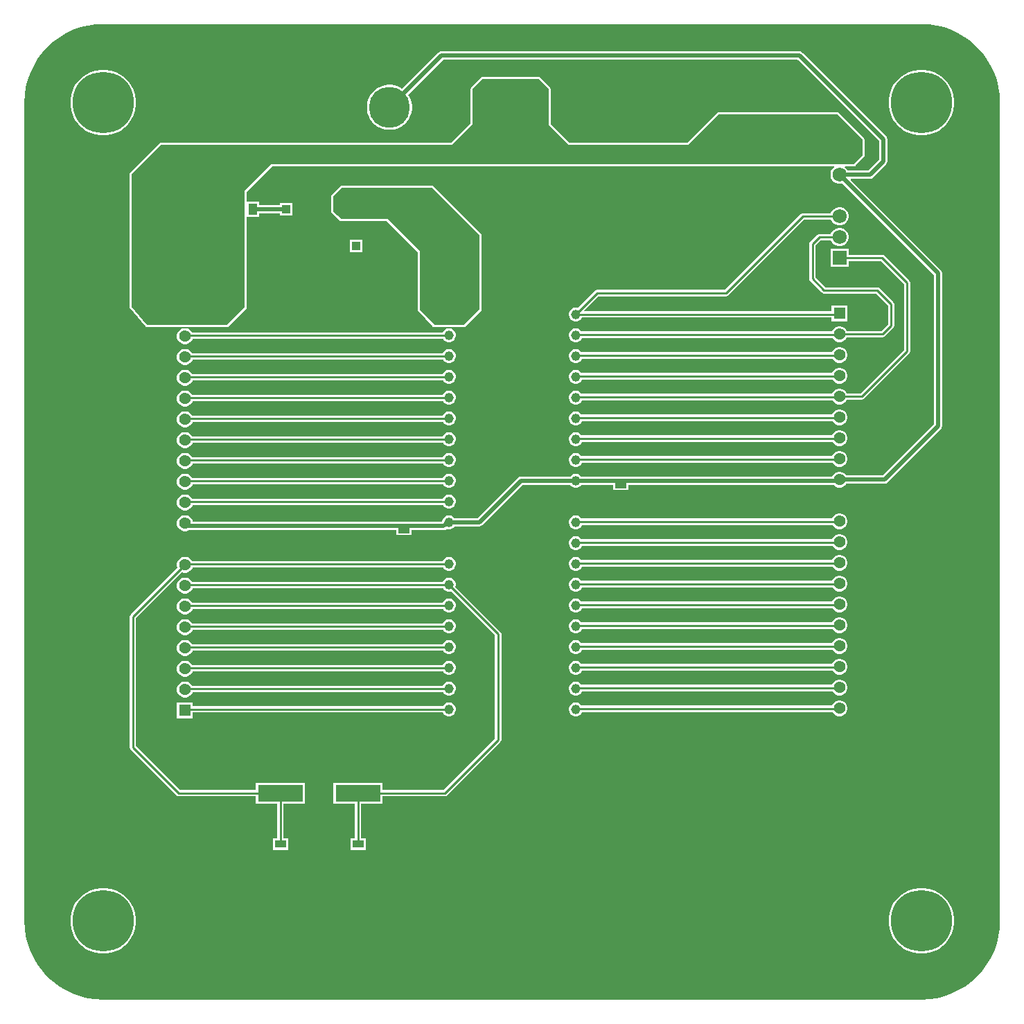
<source format=gtl>
G04*
G04 #@! TF.GenerationSoftware,Altium Limited,Altium Designer,24.1.2 (44)*
G04*
G04 Layer_Physical_Order=1*
G04 Layer_Color=255*
%FSLAX44Y44*%
%MOMM*%
G71*
G04*
G04 #@! TF.SameCoordinates,A8F9B381-EDA8-4368-A6AD-9EAFAD04DD4A*
G04*
G04*
G04 #@! TF.FilePolarity,Positive*
G04*
G01*
G75*
%ADD11C,0.5000*%
%ADD14C,0.2540*%
%ADD15C,5.0000*%
%ADD16R,1.3500X1.1500*%
%ADD17R,5.5000X2.0000*%
%ADD18R,1.3500X0.9500*%
%ADD19R,1.0000X1.3500*%
%ADD20R,1.0000X1.0000*%
%ADD33R,1.7250X1.7250*%
%ADD34C,1.7250*%
%ADD35R,1.4250X1.4250*%
%ADD36C,1.4250*%
%ADD37R,1.1600X1.1600*%
%ADD38C,1.1600*%
%ADD39C,7.5000*%
G36*
X1009427Y1095716D02*
X1018764Y1094331D01*
X1027919Y1092037D01*
X1036806Y1088858D01*
X1045338Y1084822D01*
X1053434Y1079970D01*
X1061015Y1074347D01*
X1068009Y1068009D01*
X1074347Y1061015D01*
X1079970Y1053434D01*
X1084822Y1045338D01*
X1088858Y1036806D01*
X1092037Y1027919D01*
X1094331Y1018764D01*
X1095716Y1009427D01*
X1096166Y1000256D01*
X1096115Y1000000D01*
Y0D01*
X1096166Y-256D01*
X1095716Y-9427D01*
X1094331Y-18764D01*
X1092037Y-27919D01*
X1088858Y-36806D01*
X1084822Y-45338D01*
X1079970Y-53434D01*
X1074347Y-61015D01*
X1068009Y-68009D01*
X1061015Y-74347D01*
X1053434Y-79970D01*
X1045338Y-84822D01*
X1036806Y-88858D01*
X1027919Y-92037D01*
X1018764Y-94331D01*
X1009427Y-95716D01*
X1000256Y-96166D01*
X1000000Y-96115D01*
X0D01*
X-256Y-96166D01*
X-9427Y-95716D01*
X-18764Y-94331D01*
X-27919Y-92037D01*
X-36806Y-88858D01*
X-45338Y-84822D01*
X-53434Y-79970D01*
X-61015Y-74347D01*
X-68009Y-68009D01*
X-74347Y-61015D01*
X-79970Y-53434D01*
X-84822Y-45338D01*
X-88858Y-36806D01*
X-92037Y-27919D01*
X-94331Y-18764D01*
X-95716Y-9427D01*
X-96166Y-256D01*
X-96115Y0D01*
Y1000000D01*
X-96166Y1000256D01*
X-95716Y1009427D01*
X-94331Y1018764D01*
X-92037Y1027919D01*
X-88858Y1036806D01*
X-84822Y1045338D01*
X-79970Y1053434D01*
X-74347Y1061015D01*
X-68009Y1068009D01*
X-61015Y1074347D01*
X-53434Y1079970D01*
X-45338Y1084822D01*
X-36806Y1088858D01*
X-27919Y1092037D01*
X-18764Y1094331D01*
X-9427Y1095716D01*
X-256Y1096166D01*
X0Y1096115D01*
X1000000D01*
X1000256Y1096166D01*
X1009427Y1095716D01*
D02*
G37*
%LPC*%
G36*
X3151Y1040040D02*
X-3151D01*
X-9376Y1039054D01*
X-15370Y1037106D01*
X-20986Y1034245D01*
X-26084Y1030541D01*
X-30541Y1026084D01*
X-34245Y1020985D01*
X-37106Y1015370D01*
X-39054Y1009376D01*
X-40040Y1003151D01*
Y996849D01*
X-39054Y990624D01*
X-37106Y984630D01*
X-34245Y979015D01*
X-30541Y973916D01*
X-26084Y969459D01*
X-20986Y965755D01*
X-15370Y962894D01*
X-9376Y960946D01*
X-3151Y959960D01*
X3151D01*
X9376Y960946D01*
X15370Y962894D01*
X20986Y965755D01*
X26084Y969459D01*
X30541Y973916D01*
X34245Y979015D01*
X37106Y984630D01*
X39054Y990624D01*
X40040Y996849D01*
Y1003151D01*
X39054Y1009376D01*
X37106Y1015370D01*
X34245Y1020985D01*
X30541Y1026084D01*
X26084Y1030541D01*
X20986Y1034245D01*
X15370Y1037106D01*
X9376Y1039054D01*
X3151Y1040040D01*
D02*
G37*
G36*
X1003151Y1040040D02*
X996849D01*
X990624Y1039054D01*
X984630Y1037106D01*
X979015Y1034245D01*
X973916Y1030541D01*
X969459Y1026084D01*
X965755Y1020985D01*
X962894Y1015370D01*
X960946Y1009376D01*
X959960Y1003151D01*
Y996849D01*
X960946Y990624D01*
X962894Y984630D01*
X965755Y979015D01*
X969459Y973916D01*
X973916Y969459D01*
X979015Y965755D01*
X984630Y962894D01*
X990624Y960946D01*
X996849Y959960D01*
X1003151D01*
X1009376Y960946D01*
X1015370Y962894D01*
X1020985Y965755D01*
X1026084Y969459D01*
X1030541Y973916D01*
X1034245Y979015D01*
X1037106Y984630D01*
X1039054Y990624D01*
X1040040Y996849D01*
Y1003151D01*
X1039054Y1009376D01*
X1037106Y1015370D01*
X1034245Y1020985D01*
X1030541Y1026084D01*
X1026084Y1030541D01*
X1020985Y1034245D01*
X1015370Y1037106D01*
X1009376Y1039054D01*
X1003151Y1040040D01*
D02*
G37*
G36*
X851000Y1062889D02*
X413500D01*
X411534Y1062498D01*
X409866Y1061384D01*
X365507Y1017025D01*
X364434Y1017804D01*
X360572Y1019772D01*
X356449Y1021112D01*
X352168Y1021790D01*
X347833D01*
X343551Y1021112D01*
X339428Y1019772D01*
X335566Y1017804D01*
X332059Y1015256D01*
X328994Y1012191D01*
X326446Y1008684D01*
X324478Y1004822D01*
X323138Y1000699D01*
X322460Y996417D01*
Y992083D01*
X323138Y987801D01*
X324478Y983678D01*
X326446Y979816D01*
X328994Y976309D01*
X332059Y973244D01*
X335566Y970696D01*
X339428Y968728D01*
X343551Y967388D01*
X347833Y966710D01*
X352168D01*
X356449Y967388D01*
X360572Y968728D01*
X364434Y970696D01*
X367941Y973244D01*
X371006Y976309D01*
X373554Y979816D01*
X375522Y983678D01*
X376862Y987801D01*
X377540Y992083D01*
Y996417D01*
X376862Y1000699D01*
X375522Y1004822D01*
X373554Y1008684D01*
X372775Y1009757D01*
X415629Y1052611D01*
X848872D01*
X948111Y953372D01*
Y930128D01*
X934982Y916999D01*
X909925D01*
X908934Y918716D01*
X906855Y920794D01*
X906256Y921140D01*
X906597Y922410D01*
X917750D01*
X918741Y922607D01*
X919581Y923169D01*
X930081Y933669D01*
X930643Y934509D01*
X930840Y935500D01*
Y954500D01*
X930643Y955491D01*
X930081Y956331D01*
X899081Y987331D01*
X898241Y987893D01*
X897250Y988090D01*
X751750D01*
X750759Y987893D01*
X749919Y987331D01*
X713677Y951090D01*
X569823D01*
X546840Y974073D01*
Y1017000D01*
X546643Y1017991D01*
X546081Y1018831D01*
X534331Y1030581D01*
X533491Y1031143D01*
X532500Y1031340D01*
X463500D01*
X462509Y1031143D01*
X461669Y1030581D01*
X449919Y1018831D01*
X449357Y1017991D01*
X449160Y1017000D01*
Y975073D01*
X425177Y951090D01*
X70500D01*
X69509Y950893D01*
X68669Y950331D01*
X33169Y914831D01*
X32607Y913991D01*
X32410Y913000D01*
Y750250D01*
X32487Y749865D01*
X32529Y749475D01*
X32585Y749373D01*
X32607Y749259D01*
X32825Y748933D01*
X33014Y748588D01*
X51417Y726588D01*
X51508Y726515D01*
X51573Y726419D01*
X51899Y726201D01*
X52204Y725955D01*
X52316Y725922D01*
X52413Y725857D01*
X52798Y725781D01*
X53174Y725670D01*
X53290Y725683D01*
X53404Y725660D01*
X151250D01*
X152241Y725857D01*
X153081Y726419D01*
X175081Y748419D01*
X175643Y749259D01*
X175840Y750250D01*
Y860460D01*
X190540D01*
Y864611D01*
X216460D01*
Y862210D01*
X231540D01*
Y877290D01*
X216460D01*
Y874889D01*
X190540D01*
Y879040D01*
X175840D01*
Y891177D01*
X207073Y922410D01*
X893403D01*
X893744Y921140D01*
X893145Y920794D01*
X891066Y918716D01*
X889596Y916170D01*
X888835Y913330D01*
Y910390D01*
X889596Y907551D01*
X891066Y905005D01*
X893145Y902926D01*
X895691Y901456D01*
X898530Y900695D01*
X901470D01*
X903385Y901208D01*
X1015111Y789482D01*
Y606628D01*
X952971Y544489D01*
X908193D01*
X907734Y545285D01*
X905935Y547084D01*
X903731Y548356D01*
X901272Y549015D01*
X898728D01*
X896270Y548356D01*
X894065Y547084D01*
X892266Y545285D01*
X890994Y543080D01*
X890875Y542639D01*
X641790D01*
Y543040D01*
X629746D01*
X629250Y543139D01*
X625824D01*
X625321Y543239D01*
X584136D01*
X582601Y544774D01*
X580699Y545872D01*
X578578Y546440D01*
X576382D01*
X574261Y545872D01*
X572359Y544774D01*
X570824Y543239D01*
X510850D01*
X508884Y542848D01*
X507216Y541734D01*
X457921Y492439D01*
X429176D01*
X427641Y493974D01*
X425739Y495072D01*
X423618Y495640D01*
X421422D01*
X419301Y495072D01*
X417399Y493974D01*
X415846Y492421D01*
X414748Y490519D01*
X414180Y488398D01*
Y488013D01*
X414055Y487889D01*
X376790D01*
Y488040D01*
X361003D01*
X360873Y488066D01*
X109466Y488066D01*
X109006Y489781D01*
X107734Y491984D01*
X105934Y493784D01*
X103731Y495056D01*
X101272Y495715D01*
X98728D01*
X96270Y495056D01*
X94066Y493784D01*
X92266Y491984D01*
X90994Y489781D01*
X90335Y487322D01*
Y484778D01*
X90994Y482319D01*
X92266Y480116D01*
X94066Y478316D01*
X96270Y477044D01*
X98728Y476385D01*
X101272D01*
X103731Y477044D01*
X105021Y477789D01*
X358210Y477789D01*
Y471460D01*
X376790D01*
Y477611D01*
X416184D01*
X418150Y478002D01*
X419818Y479116D01*
X420033Y479332D01*
X421422Y478960D01*
X423618D01*
X425739Y479528D01*
X427641Y480626D01*
X429176Y482161D01*
X460050D01*
X462016Y482552D01*
X463684Y483666D01*
X512979Y532961D01*
X570824D01*
X572359Y531426D01*
X574261Y530328D01*
X576382Y529760D01*
X578578D01*
X580699Y530328D01*
X582601Y531426D01*
X584136Y532961D01*
X623210D01*
Y526460D01*
X641790D01*
Y532361D01*
X893320D01*
X894065Y531616D01*
X896270Y530344D01*
X898728Y529685D01*
X901272D01*
X903731Y530344D01*
X905935Y531616D01*
X907734Y533415D01*
X908193Y534211D01*
X955100D01*
X957066Y534602D01*
X958734Y535716D01*
X1023884Y600866D01*
X1024998Y602533D01*
X1025389Y604500D01*
Y791610D01*
X1024998Y793577D01*
X1023884Y795244D01*
X913579Y905548D01*
X914065Y906721D01*
X937110D01*
X939077Y907112D01*
X940744Y908226D01*
X956884Y924366D01*
X957998Y926033D01*
X958389Y928000D01*
Y955500D01*
X957998Y957467D01*
X956884Y959134D01*
X854634Y1061384D01*
X852967Y1062498D01*
X851000Y1062889D01*
D02*
G37*
G36*
X901470Y872225D02*
X898530D01*
X895691Y871464D01*
X893145Y869994D01*
X891066Y867915D01*
X889596Y865369D01*
X889482Y864945D01*
X855310D01*
X853823Y864649D01*
X852563Y863807D01*
X759891Y771135D01*
X603430D01*
X601943Y770839D01*
X600683Y769997D01*
X579957Y749270D01*
X578578Y749640D01*
X576382D01*
X574261Y749072D01*
X572359Y747974D01*
X570806Y746421D01*
X569708Y744519D01*
X569140Y742398D01*
Y740202D01*
X569708Y738081D01*
X570806Y736179D01*
X572359Y734626D01*
X574261Y733528D01*
X576382Y732960D01*
X578578D01*
X580699Y733528D01*
X582601Y734626D01*
X584154Y736179D01*
X584867Y737415D01*
X890335D01*
Y732885D01*
X909665D01*
Y752215D01*
X890335D01*
Y745185D01*
X588518D01*
X588032Y746358D01*
X605039Y763365D01*
X761500D01*
X762987Y763661D01*
X764247Y764503D01*
X856919Y857175D01*
X889482D01*
X889596Y856750D01*
X891066Y854204D01*
X893145Y852126D01*
X895691Y850656D01*
X898530Y849895D01*
X901470D01*
X904309Y850656D01*
X906855Y852126D01*
X908934Y854204D01*
X910404Y856750D01*
X911165Y859590D01*
Y862530D01*
X910404Y865369D01*
X908934Y867915D01*
X906855Y869994D01*
X904309Y871464D01*
X901470Y872225D01*
D02*
G37*
G36*
Y846825D02*
X898530D01*
X895691Y846064D01*
X893145Y844594D01*
X891066Y842515D01*
X889596Y839969D01*
X889482Y839545D01*
X875410D01*
X873923Y839249D01*
X872663Y838407D01*
X864003Y829747D01*
X863161Y828487D01*
X862865Y827000D01*
Y784750D01*
X863161Y783263D01*
X864003Y782003D01*
X878253Y767753D01*
X879513Y766911D01*
X881000Y766615D01*
X944641D01*
X959115Y752141D01*
Y729109D01*
X951041Y721035D01*
X908917D01*
X907734Y723084D01*
X905935Y724884D01*
X903731Y726156D01*
X901272Y726815D01*
X898728D01*
X896270Y726156D01*
X894065Y724884D01*
X892266Y723084D01*
X890994Y720881D01*
X890867Y720410D01*
X584506D01*
X584154Y721021D01*
X582601Y722574D01*
X580699Y723672D01*
X578578Y724240D01*
X576382D01*
X574261Y723672D01*
X572359Y722574D01*
X570806Y721021D01*
X569708Y719119D01*
X569140Y716998D01*
Y714802D01*
X569708Y712681D01*
X570806Y710779D01*
X572359Y709226D01*
X574261Y708128D01*
X576382Y707560D01*
X578578D01*
X580699Y708128D01*
X582601Y709226D01*
X584154Y710779D01*
X585228Y712640D01*
X891443D01*
X892266Y711216D01*
X894065Y709416D01*
X896270Y708144D01*
X898728Y707485D01*
X901272D01*
X903731Y708144D01*
X905935Y709416D01*
X907734Y711216D01*
X908917Y713265D01*
X952650D01*
X954137Y713561D01*
X955397Y714403D01*
X965747Y724753D01*
X966589Y726013D01*
X966885Y727500D01*
Y753750D01*
X966589Y755237D01*
X965747Y756497D01*
X948997Y773247D01*
X947737Y774089D01*
X946250Y774385D01*
X882609D01*
X870635Y786359D01*
Y825391D01*
X877019Y831775D01*
X889482D01*
X889596Y831350D01*
X891066Y828804D01*
X893145Y826726D01*
X895691Y825256D01*
X898530Y824495D01*
X901470D01*
X904309Y825256D01*
X906855Y826726D01*
X908934Y828804D01*
X910404Y831350D01*
X911165Y834190D01*
Y837130D01*
X910404Y839969D01*
X908934Y842515D01*
X906855Y844594D01*
X904309Y846064D01*
X901470Y846825D01*
D02*
G37*
G36*
X316540Y832290D02*
X301460D01*
Y817210D01*
X316540D01*
Y832290D01*
D02*
G37*
G36*
X402000Y898590D02*
X291500D01*
X290509Y898393D01*
X289669Y897831D01*
X279669Y887831D01*
X279107Y886991D01*
X278910Y886000D01*
Y866500D01*
X278924Y866432D01*
X278914Y866364D01*
X279022Y865939D01*
X279107Y865509D01*
X279146Y865452D01*
X279163Y865385D01*
X279425Y865033D01*
X279669Y864669D01*
X279726Y864630D01*
X279767Y864575D01*
X289768Y855575D01*
X290145Y855351D01*
X290509Y855107D01*
X290577Y855094D01*
X290636Y855059D01*
X291070Y854996D01*
X291500Y854910D01*
X346677D01*
X384410Y817177D01*
Y747250D01*
X384499Y746805D01*
X384569Y746357D01*
X384597Y746311D01*
X384607Y746259D01*
X384860Y745882D01*
X385096Y745495D01*
X402616Y726495D01*
X402659Y726463D01*
X402688Y726419D01*
X403066Y726167D01*
X403432Y725900D01*
X403484Y725887D01*
X403528Y725857D01*
X403974Y725769D01*
X404415Y725662D01*
X404467Y725671D01*
X404520Y725660D01*
X440750D01*
X441741Y725857D01*
X442581Y726419D01*
X461581Y745419D01*
X462143Y746259D01*
X462340Y747250D01*
Y838250D01*
X462143Y839241D01*
X461581Y840081D01*
X403831Y897831D01*
X402991Y898393D01*
X402000Y898590D01*
D02*
G37*
G36*
X101272Y724315D02*
X98728D01*
X96270Y723656D01*
X94066Y722384D01*
X92266Y720584D01*
X90994Y718381D01*
X90335Y715922D01*
Y713378D01*
X90994Y710919D01*
X92266Y708716D01*
X94066Y706916D01*
X96270Y705644D01*
X98728Y704985D01*
X101272D01*
X103731Y705644D01*
X105934Y706916D01*
X107734Y708716D01*
X109006Y710919D01*
X109132Y711390D01*
X415494D01*
X415846Y710779D01*
X417399Y709226D01*
X419301Y708128D01*
X421422Y707560D01*
X423618D01*
X425739Y708128D01*
X427641Y709226D01*
X429194Y710779D01*
X430292Y712681D01*
X430860Y714802D01*
Y716998D01*
X430292Y719119D01*
X429194Y721021D01*
X427641Y722574D01*
X425739Y723672D01*
X423618Y724240D01*
X421422D01*
X419301Y723672D01*
X417399Y722574D01*
X415846Y721021D01*
X414772Y719160D01*
X108556D01*
X107734Y720584D01*
X105934Y722384D01*
X103731Y723656D01*
X101272Y724315D01*
D02*
G37*
G36*
X901272Y701415D02*
X898728D01*
X896270Y700756D01*
X894065Y699484D01*
X892266Y697684D01*
X890994Y695480D01*
X890867Y695010D01*
X584506D01*
X584154Y695621D01*
X582601Y697174D01*
X580699Y698272D01*
X578578Y698840D01*
X576382D01*
X574261Y698272D01*
X572359Y697174D01*
X570806Y695621D01*
X569708Y693719D01*
X569140Y691598D01*
Y689402D01*
X569708Y687281D01*
X570806Y685379D01*
X572359Y683826D01*
X574261Y682728D01*
X576382Y682160D01*
X578578D01*
X580699Y682728D01*
X582601Y683826D01*
X584154Y685379D01*
X585228Y687240D01*
X891443D01*
X892266Y685816D01*
X894065Y684016D01*
X896270Y682744D01*
X898728Y682085D01*
X901272D01*
X903731Y682744D01*
X905935Y684016D01*
X907734Y685816D01*
X909006Y688019D01*
X909665Y690478D01*
Y693022D01*
X909006Y695480D01*
X907734Y697684D01*
X905935Y699484D01*
X903731Y700756D01*
X901272Y701415D01*
D02*
G37*
G36*
X101272Y698915D02*
X98728D01*
X96270Y698256D01*
X94066Y696984D01*
X92266Y695184D01*
X90994Y692981D01*
X90335Y690522D01*
Y687978D01*
X90994Y685519D01*
X92266Y683316D01*
X94066Y681516D01*
X96270Y680244D01*
X98728Y679585D01*
X101272D01*
X103731Y680244D01*
X105934Y681516D01*
X107734Y683316D01*
X109006Y685519D01*
X109132Y685990D01*
X415494D01*
X415846Y685379D01*
X417399Y683826D01*
X419301Y682728D01*
X421422Y682160D01*
X423618D01*
X425739Y682728D01*
X427641Y683826D01*
X429194Y685379D01*
X430292Y687281D01*
X430860Y689402D01*
Y691598D01*
X430292Y693719D01*
X429194Y695621D01*
X427641Y697174D01*
X425739Y698272D01*
X423618Y698840D01*
X421422D01*
X419301Y698272D01*
X417399Y697174D01*
X415846Y695621D01*
X414772Y693760D01*
X108556D01*
X107734Y695184D01*
X105934Y696984D01*
X103731Y698256D01*
X101272Y698915D01*
D02*
G37*
G36*
X901272Y676015D02*
X898728D01*
X896270Y675356D01*
X894065Y674084D01*
X892266Y672284D01*
X890994Y670080D01*
X890867Y669610D01*
X584506D01*
X584154Y670221D01*
X582601Y671774D01*
X580699Y672872D01*
X578578Y673440D01*
X576382D01*
X574261Y672872D01*
X572359Y671774D01*
X570806Y670221D01*
X569708Y668319D01*
X569140Y666198D01*
Y664002D01*
X569708Y661881D01*
X570806Y659979D01*
X572359Y658426D01*
X574261Y657328D01*
X576382Y656760D01*
X578578D01*
X580699Y657328D01*
X582601Y658426D01*
X584154Y659979D01*
X585228Y661840D01*
X891443D01*
X892266Y660415D01*
X894065Y658616D01*
X896270Y657344D01*
X898728Y656685D01*
X901272D01*
X903731Y657344D01*
X905935Y658616D01*
X907734Y660415D01*
X909006Y662619D01*
X909665Y665078D01*
Y667622D01*
X909006Y670080D01*
X907734Y672284D01*
X905935Y674084D01*
X903731Y675356D01*
X901272Y676015D01*
D02*
G37*
G36*
X101272Y673515D02*
X98728D01*
X96270Y672856D01*
X94066Y671584D01*
X92266Y669784D01*
X90994Y667581D01*
X90335Y665122D01*
Y662578D01*
X90994Y660119D01*
X92266Y657915D01*
X94066Y656116D01*
X96270Y654844D01*
X98728Y654185D01*
X101272D01*
X103731Y654844D01*
X105934Y656116D01*
X107734Y657915D01*
X109006Y660119D01*
X109132Y660590D01*
X415494D01*
X415846Y659979D01*
X417399Y658426D01*
X419301Y657328D01*
X421422Y656760D01*
X423618D01*
X425739Y657328D01*
X427641Y658426D01*
X429194Y659979D01*
X430292Y661881D01*
X430860Y664002D01*
Y666198D01*
X430292Y668319D01*
X429194Y670221D01*
X427641Y671774D01*
X425739Y672872D01*
X423618Y673440D01*
X421422D01*
X419301Y672872D01*
X417399Y671774D01*
X415846Y670221D01*
X414772Y668360D01*
X108556D01*
X107734Y669784D01*
X105934Y671584D01*
X103731Y672856D01*
X101272Y673515D01*
D02*
G37*
G36*
X911165Y821425D02*
X888835D01*
Y799095D01*
X911165D01*
Y806375D01*
X950631D01*
X978615Y778391D01*
Y697609D01*
X925841Y644835D01*
X908917D01*
X907734Y646885D01*
X905935Y648684D01*
X903731Y649956D01*
X901272Y650615D01*
X898728D01*
X896270Y649956D01*
X894065Y648684D01*
X892266Y646885D01*
X890994Y644680D01*
X890867Y644210D01*
X584506D01*
X584154Y644821D01*
X582601Y646374D01*
X580699Y647472D01*
X578578Y648040D01*
X576382D01*
X574261Y647472D01*
X572359Y646374D01*
X570806Y644821D01*
X569708Y642919D01*
X569140Y640798D01*
Y638602D01*
X569708Y636481D01*
X570806Y634579D01*
X572359Y633026D01*
X574261Y631928D01*
X576382Y631360D01*
X578578D01*
X580699Y631928D01*
X582601Y633026D01*
X584154Y634579D01*
X585228Y636440D01*
X891443D01*
X892266Y635015D01*
X894065Y633216D01*
X896270Y631944D01*
X898728Y631285D01*
X901272D01*
X903731Y631944D01*
X905935Y633216D01*
X907734Y635015D01*
X908917Y637065D01*
X927450D01*
X928937Y637361D01*
X930197Y638203D01*
X985247Y693253D01*
X986089Y694513D01*
X986385Y696000D01*
Y780000D01*
X986089Y781487D01*
X985247Y782747D01*
X954987Y813007D01*
X953727Y813849D01*
X952240Y814145D01*
X911165D01*
Y821425D01*
D02*
G37*
G36*
X101272Y648115D02*
X98728D01*
X96270Y647456D01*
X94066Y646184D01*
X92266Y644385D01*
X90994Y642181D01*
X90335Y639722D01*
Y637178D01*
X90994Y634720D01*
X92266Y632515D01*
X94066Y630716D01*
X96270Y629444D01*
X98728Y628785D01*
X101272D01*
X103731Y629444D01*
X105934Y630716D01*
X107734Y632515D01*
X109006Y634720D01*
X109132Y635190D01*
X415494D01*
X415846Y634579D01*
X417399Y633026D01*
X419301Y631928D01*
X421422Y631360D01*
X423618D01*
X425739Y631928D01*
X427641Y633026D01*
X429194Y634579D01*
X430292Y636481D01*
X430860Y638602D01*
Y640798D01*
X430292Y642919D01*
X429194Y644821D01*
X427641Y646374D01*
X425739Y647472D01*
X423618Y648040D01*
X421422D01*
X419301Y647472D01*
X417399Y646374D01*
X415846Y644821D01*
X414772Y642960D01*
X108556D01*
X107734Y644385D01*
X105934Y646184D01*
X103731Y647456D01*
X101272Y648115D01*
D02*
G37*
G36*
X901272Y625215D02*
X898728D01*
X896270Y624556D01*
X894065Y623284D01*
X892266Y621484D01*
X890994Y619281D01*
X890867Y618810D01*
X584506D01*
X584154Y619421D01*
X582601Y620974D01*
X580699Y622072D01*
X578578Y622640D01*
X576382D01*
X574261Y622072D01*
X572359Y620974D01*
X570806Y619421D01*
X569708Y617519D01*
X569140Y615398D01*
Y613202D01*
X569708Y611081D01*
X570806Y609179D01*
X572359Y607626D01*
X574261Y606528D01*
X576382Y605960D01*
X578578D01*
X580699Y606528D01*
X582601Y607626D01*
X584154Y609179D01*
X585228Y611040D01*
X891443D01*
X892266Y609616D01*
X894065Y607816D01*
X896270Y606544D01*
X898728Y605885D01*
X901272D01*
X903731Y606544D01*
X905935Y607816D01*
X907734Y609616D01*
X909006Y611819D01*
X909665Y614278D01*
Y616822D01*
X909006Y619281D01*
X907734Y621484D01*
X905935Y623284D01*
X903731Y624556D01*
X901272Y625215D01*
D02*
G37*
G36*
X101272Y622715D02*
X98728D01*
X96270Y622056D01*
X94066Y620784D01*
X92266Y618984D01*
X90994Y616781D01*
X90335Y614322D01*
Y611778D01*
X90994Y609319D01*
X92266Y607116D01*
X94066Y605316D01*
X96270Y604044D01*
X98728Y603385D01*
X101272D01*
X103731Y604044D01*
X105934Y605316D01*
X107734Y607116D01*
X109006Y609319D01*
X109132Y609790D01*
X415494D01*
X415846Y609179D01*
X417399Y607626D01*
X419301Y606528D01*
X421422Y605960D01*
X423618D01*
X425739Y606528D01*
X427641Y607626D01*
X429194Y609179D01*
X430292Y611081D01*
X430860Y613202D01*
Y615398D01*
X430292Y617519D01*
X429194Y619421D01*
X427641Y620974D01*
X425739Y622072D01*
X423618Y622640D01*
X421422D01*
X419301Y622072D01*
X417399Y620974D01*
X415846Y619421D01*
X414772Y617560D01*
X108556D01*
X107734Y618984D01*
X105934Y620784D01*
X103731Y622056D01*
X101272Y622715D01*
D02*
G37*
G36*
X901272Y599815D02*
X898728D01*
X896270Y599156D01*
X894065Y597884D01*
X892266Y596085D01*
X890994Y593881D01*
X890867Y593410D01*
X584506D01*
X584154Y594021D01*
X582601Y595574D01*
X580699Y596672D01*
X578578Y597240D01*
X576382D01*
X574261Y596672D01*
X572359Y595574D01*
X570806Y594021D01*
X569708Y592119D01*
X569140Y589998D01*
Y587802D01*
X569708Y585681D01*
X570806Y583779D01*
X572359Y582226D01*
X574261Y581128D01*
X576382Y580560D01*
X578578D01*
X580699Y581128D01*
X582601Y582226D01*
X584154Y583779D01*
X585228Y585640D01*
X891443D01*
X892266Y584216D01*
X894065Y582416D01*
X896270Y581144D01*
X898728Y580485D01*
X901272D01*
X903731Y581144D01*
X905935Y582416D01*
X907734Y584216D01*
X909006Y586419D01*
X909665Y588878D01*
Y591422D01*
X909006Y593881D01*
X907734Y596085D01*
X905935Y597884D01*
X903731Y599156D01*
X901272Y599815D01*
D02*
G37*
G36*
X101272Y597315D02*
X98728D01*
X96270Y596656D01*
X94066Y595384D01*
X92266Y593585D01*
X90994Y591381D01*
X90335Y588922D01*
Y586378D01*
X90994Y583919D01*
X92266Y581716D01*
X94066Y579916D01*
X96270Y578644D01*
X98728Y577985D01*
X101272D01*
X103731Y578644D01*
X105934Y579916D01*
X107734Y581716D01*
X109006Y583919D01*
X109132Y584390D01*
X415494D01*
X415846Y583779D01*
X417399Y582226D01*
X419301Y581128D01*
X421422Y580560D01*
X423618D01*
X425739Y581128D01*
X427641Y582226D01*
X429194Y583779D01*
X430292Y585681D01*
X430860Y587802D01*
Y589998D01*
X430292Y592119D01*
X429194Y594021D01*
X427641Y595574D01*
X425739Y596672D01*
X423618Y597240D01*
X421422D01*
X419301Y596672D01*
X417399Y595574D01*
X415846Y594021D01*
X414772Y592160D01*
X108556D01*
X107734Y593585D01*
X105934Y595384D01*
X103731Y596656D01*
X101272Y597315D01*
D02*
G37*
G36*
X901272Y574415D02*
X898728D01*
X896270Y573756D01*
X894065Y572484D01*
X892266Y570685D01*
X890994Y568480D01*
X890867Y568010D01*
X584506D01*
X584154Y568621D01*
X582601Y570174D01*
X580699Y571272D01*
X578578Y571840D01*
X576382D01*
X574261Y571272D01*
X572359Y570174D01*
X570806Y568621D01*
X569708Y566719D01*
X569140Y564598D01*
Y562402D01*
X569708Y560281D01*
X570806Y558379D01*
X572359Y556826D01*
X574261Y555728D01*
X576382Y555160D01*
X578578D01*
X580699Y555728D01*
X582601Y556826D01*
X584154Y558379D01*
X585228Y560240D01*
X891443D01*
X892266Y558815D01*
X894065Y557016D01*
X896270Y555744D01*
X898728Y555085D01*
X901272D01*
X903731Y555744D01*
X905935Y557016D01*
X907734Y558815D01*
X909006Y561020D01*
X909665Y563478D01*
Y566022D01*
X909006Y568480D01*
X907734Y570685D01*
X905935Y572484D01*
X903731Y573756D01*
X901272Y574415D01*
D02*
G37*
G36*
X101272Y571915D02*
X98728D01*
X96270Y571256D01*
X94066Y569984D01*
X92266Y568185D01*
X90994Y565981D01*
X90335Y563522D01*
Y560978D01*
X90994Y558520D01*
X92266Y556315D01*
X94066Y554516D01*
X96270Y553244D01*
X98728Y552585D01*
X101272D01*
X103731Y553244D01*
X105934Y554516D01*
X107734Y556315D01*
X109006Y558520D01*
X109132Y558990D01*
X415494D01*
X415846Y558379D01*
X417399Y556826D01*
X419301Y555728D01*
X421422Y555160D01*
X423618D01*
X425739Y555728D01*
X427641Y556826D01*
X429194Y558379D01*
X430292Y560281D01*
X430860Y562402D01*
Y564598D01*
X430292Y566719D01*
X429194Y568621D01*
X427641Y570174D01*
X425739Y571272D01*
X423618Y571840D01*
X421422D01*
X419301Y571272D01*
X417399Y570174D01*
X415846Y568621D01*
X414772Y566760D01*
X108556D01*
X107734Y568185D01*
X105934Y569984D01*
X103731Y571256D01*
X101272Y571915D01*
D02*
G37*
G36*
Y546515D02*
X98728D01*
X96270Y545856D01*
X94066Y544584D01*
X92266Y542785D01*
X90994Y540581D01*
X90335Y538122D01*
Y535578D01*
X90994Y533120D01*
X92266Y530915D01*
X94066Y529116D01*
X96270Y527844D01*
X98728Y527185D01*
X101272D01*
X103731Y527844D01*
X105934Y529116D01*
X107734Y530915D01*
X109006Y533120D01*
X109132Y533590D01*
X415494D01*
X415846Y532979D01*
X417399Y531426D01*
X419301Y530328D01*
X421422Y529760D01*
X423618D01*
X425739Y530328D01*
X427641Y531426D01*
X429194Y532979D01*
X430292Y534881D01*
X430860Y537002D01*
Y539198D01*
X430292Y541319D01*
X429194Y543221D01*
X427641Y544774D01*
X425739Y545872D01*
X423618Y546440D01*
X421422D01*
X419301Y545872D01*
X417399Y544774D01*
X415846Y543221D01*
X414772Y541360D01*
X108556D01*
X107734Y542785D01*
X105934Y544584D01*
X103731Y545856D01*
X101272Y546515D01*
D02*
G37*
G36*
Y521115D02*
X98728D01*
X96270Y520456D01*
X94066Y519184D01*
X92266Y517384D01*
X90994Y515181D01*
X90335Y512722D01*
Y510178D01*
X90994Y507719D01*
X92266Y505516D01*
X94066Y503716D01*
X96270Y502444D01*
X98728Y501785D01*
X101272D01*
X103731Y502444D01*
X105934Y503716D01*
X107734Y505516D01*
X109006Y507719D01*
X109132Y508190D01*
X415494D01*
X415846Y507579D01*
X417399Y506026D01*
X419301Y504928D01*
X421422Y504360D01*
X423618D01*
X425739Y504928D01*
X427641Y506026D01*
X429194Y507579D01*
X430292Y509481D01*
X430860Y511602D01*
Y513798D01*
X430292Y515919D01*
X429194Y517821D01*
X427641Y519374D01*
X425739Y520472D01*
X423618Y521040D01*
X421422D01*
X419301Y520472D01*
X417399Y519374D01*
X415846Y517821D01*
X414772Y515960D01*
X108556D01*
X107734Y517384D01*
X105934Y519184D01*
X103731Y520456D01*
X101272Y521115D01*
D02*
G37*
G36*
X901272Y498215D02*
X898728D01*
X896270Y497556D01*
X894065Y496284D01*
X892266Y494484D01*
X890994Y492281D01*
X890867Y491810D01*
X584506D01*
X584154Y492421D01*
X582601Y493974D01*
X580699Y495072D01*
X578578Y495640D01*
X576382D01*
X574261Y495072D01*
X572359Y493974D01*
X570806Y492421D01*
X569708Y490519D01*
X569140Y488398D01*
Y486202D01*
X569708Y484081D01*
X570806Y482179D01*
X572359Y480626D01*
X574261Y479528D01*
X576382Y478960D01*
X578578D01*
X580699Y479528D01*
X582601Y480626D01*
X584154Y482179D01*
X585228Y484040D01*
X891443D01*
X892266Y482616D01*
X894065Y480816D01*
X896270Y479544D01*
X898728Y478885D01*
X901272D01*
X903731Y479544D01*
X905935Y480816D01*
X907734Y482616D01*
X909006Y484819D01*
X909665Y487278D01*
Y489822D01*
X909006Y492281D01*
X907734Y494484D01*
X905935Y496284D01*
X903731Y497556D01*
X901272Y498215D01*
D02*
G37*
G36*
Y472815D02*
X898728D01*
X896270Y472156D01*
X894065Y470884D01*
X892266Y469085D01*
X890994Y466880D01*
X890867Y466410D01*
X584506D01*
X584154Y467021D01*
X582601Y468574D01*
X580699Y469672D01*
X578578Y470240D01*
X576382D01*
X574261Y469672D01*
X572359Y468574D01*
X570806Y467021D01*
X569708Y465119D01*
X569140Y462998D01*
Y460802D01*
X569708Y458681D01*
X570806Y456779D01*
X572359Y455226D01*
X574261Y454128D01*
X576382Y453560D01*
X578578D01*
X580699Y454128D01*
X582601Y455226D01*
X584154Y456779D01*
X585228Y458640D01*
X891443D01*
X892266Y457215D01*
X894065Y455416D01*
X896270Y454144D01*
X898728Y453485D01*
X901272D01*
X903731Y454144D01*
X905935Y455416D01*
X907734Y457215D01*
X909006Y459420D01*
X909665Y461878D01*
Y464422D01*
X909006Y466880D01*
X907734Y469085D01*
X905935Y470884D01*
X903731Y472156D01*
X901272Y472815D01*
D02*
G37*
G36*
Y447415D02*
X898728D01*
X896270Y446756D01*
X894065Y445484D01*
X892266Y443685D01*
X890994Y441480D01*
X890867Y441010D01*
X584506D01*
X584154Y441621D01*
X582601Y443174D01*
X580699Y444272D01*
X578578Y444840D01*
X576382D01*
X574261Y444272D01*
X572359Y443174D01*
X570806Y441621D01*
X569708Y439719D01*
X569140Y437598D01*
Y435402D01*
X569708Y433281D01*
X570806Y431379D01*
X572359Y429826D01*
X574261Y428728D01*
X576382Y428160D01*
X578578D01*
X580699Y428728D01*
X582601Y429826D01*
X584154Y431379D01*
X585228Y433240D01*
X891443D01*
X892266Y431815D01*
X894065Y430016D01*
X896270Y428744D01*
X898728Y428085D01*
X901272D01*
X903731Y428744D01*
X905935Y430016D01*
X907734Y431815D01*
X909006Y434020D01*
X909665Y436478D01*
Y439022D01*
X909006Y441480D01*
X907734Y443685D01*
X905935Y445484D01*
X903731Y446756D01*
X901272Y447415D01*
D02*
G37*
G36*
X101272Y444915D02*
X98728D01*
X96270Y444256D01*
X94066Y442984D01*
X92266Y441185D01*
X90994Y438981D01*
X90335Y436522D01*
Y433978D01*
X90948Y431691D01*
X33753Y374497D01*
X32911Y373237D01*
X32615Y371750D01*
Y212000D01*
X32911Y210513D01*
X33753Y209253D01*
X89543Y153463D01*
X90803Y152621D01*
X92290Y152325D01*
X186620D01*
Y143670D01*
X212775D01*
Y101150D01*
X207370D01*
Y86570D01*
X225950D01*
Y101150D01*
X220545D01*
Y143670D01*
X246700D01*
Y168750D01*
X186620D01*
Y160095D01*
X93899D01*
X40385Y213609D01*
Y370141D01*
X96441Y426198D01*
X98728Y425585D01*
X101272D01*
X103731Y426244D01*
X105934Y427516D01*
X107734Y429315D01*
X109006Y431520D01*
X109132Y431990D01*
X415494D01*
X415846Y431379D01*
X417399Y429826D01*
X419301Y428728D01*
X421422Y428160D01*
X423618D01*
X425739Y428728D01*
X427641Y429826D01*
X429194Y431379D01*
X430292Y433281D01*
X430860Y435402D01*
Y437598D01*
X430292Y439719D01*
X429194Y441621D01*
X427641Y443174D01*
X425739Y444272D01*
X423618Y444840D01*
X421422D01*
X419301Y444272D01*
X417399Y443174D01*
X415846Y441621D01*
X414772Y439760D01*
X108556D01*
X107734Y441185D01*
X105934Y442984D01*
X103731Y444256D01*
X101272Y444915D01*
D02*
G37*
G36*
X901272Y422015D02*
X898728D01*
X896270Y421356D01*
X894065Y420084D01*
X892266Y418284D01*
X890994Y416081D01*
X890867Y415610D01*
X584506D01*
X584154Y416221D01*
X582601Y417774D01*
X580699Y418872D01*
X578578Y419440D01*
X576382D01*
X574261Y418872D01*
X572359Y417774D01*
X570806Y416221D01*
X569708Y414319D01*
X569140Y412198D01*
Y410002D01*
X569708Y407881D01*
X570806Y405979D01*
X572359Y404426D01*
X574261Y403328D01*
X576382Y402760D01*
X578578D01*
X580699Y403328D01*
X582601Y404426D01*
X584154Y405979D01*
X585228Y407840D01*
X891443D01*
X892266Y406415D01*
X894065Y404616D01*
X896270Y403344D01*
X898728Y402685D01*
X901272D01*
X903731Y403344D01*
X905935Y404616D01*
X907734Y406415D01*
X909006Y408619D01*
X909665Y411078D01*
Y413622D01*
X909006Y416081D01*
X907734Y418284D01*
X905935Y420084D01*
X903731Y421356D01*
X901272Y422015D01*
D02*
G37*
G36*
Y396615D02*
X898728D01*
X896270Y395956D01*
X894065Y394684D01*
X892266Y392884D01*
X890994Y390681D01*
X890867Y390210D01*
X584506D01*
X584154Y390821D01*
X582601Y392374D01*
X580699Y393472D01*
X578578Y394040D01*
X576382D01*
X574261Y393472D01*
X572359Y392374D01*
X570806Y390821D01*
X569708Y388919D01*
X569140Y386798D01*
Y384602D01*
X569708Y382481D01*
X570806Y380579D01*
X572359Y379026D01*
X574261Y377928D01*
X576382Y377360D01*
X578578D01*
X580699Y377928D01*
X582601Y379026D01*
X584154Y380579D01*
X585228Y382440D01*
X891443D01*
X892266Y381016D01*
X894065Y379216D01*
X896270Y377944D01*
X898728Y377285D01*
X901272D01*
X903731Y377944D01*
X905935Y379216D01*
X907734Y381016D01*
X909006Y383219D01*
X909665Y385678D01*
Y388222D01*
X909006Y390681D01*
X907734Y392884D01*
X905935Y394684D01*
X903731Y395956D01*
X901272Y396615D01*
D02*
G37*
G36*
X101272Y394115D02*
X98728D01*
X96270Y393456D01*
X94066Y392184D01*
X92266Y390384D01*
X90994Y388181D01*
X90335Y385722D01*
Y383178D01*
X90994Y380719D01*
X92266Y378516D01*
X94066Y376716D01*
X96270Y375444D01*
X98728Y374785D01*
X101272D01*
X103731Y375444D01*
X105934Y376716D01*
X107734Y378516D01*
X109006Y380719D01*
X109132Y381190D01*
X415494D01*
X415846Y380579D01*
X417399Y379026D01*
X419301Y377928D01*
X421422Y377360D01*
X423618D01*
X425739Y377928D01*
X427641Y379026D01*
X429194Y380579D01*
X430292Y382481D01*
X430860Y384602D01*
Y386798D01*
X430292Y388919D01*
X429194Y390821D01*
X427641Y392374D01*
X425739Y393472D01*
X423618Y394040D01*
X421422D01*
X419301Y393472D01*
X417399Y392374D01*
X415846Y390821D01*
X414772Y388960D01*
X108556D01*
X107734Y390384D01*
X105934Y392184D01*
X103731Y393456D01*
X101272Y394115D01*
D02*
G37*
G36*
X901272Y371215D02*
X898728D01*
X896270Y370556D01*
X894065Y369284D01*
X892266Y367485D01*
X890994Y365280D01*
X890867Y364810D01*
X584506D01*
X584154Y365421D01*
X582601Y366974D01*
X580699Y368072D01*
X578578Y368640D01*
X576382D01*
X574261Y368072D01*
X572359Y366974D01*
X570806Y365421D01*
X569708Y363519D01*
X569140Y361398D01*
Y359202D01*
X569708Y357081D01*
X570806Y355179D01*
X572359Y353626D01*
X574261Y352528D01*
X576382Y351960D01*
X578578D01*
X580699Y352528D01*
X582601Y353626D01*
X584154Y355179D01*
X585228Y357040D01*
X891443D01*
X892266Y355616D01*
X894065Y353816D01*
X896270Y352544D01*
X898728Y351885D01*
X901272D01*
X903731Y352544D01*
X905935Y353816D01*
X907734Y355616D01*
X909006Y357820D01*
X909665Y360278D01*
Y362822D01*
X909006Y365280D01*
X907734Y367485D01*
X905935Y369284D01*
X903731Y370556D01*
X901272Y371215D01*
D02*
G37*
G36*
X101272Y368715D02*
X98728D01*
X96270Y368056D01*
X94066Y366784D01*
X92266Y364985D01*
X90994Y362781D01*
X90335Y360322D01*
Y357778D01*
X90994Y355320D01*
X92266Y353116D01*
X94066Y351316D01*
X96270Y350044D01*
X98728Y349385D01*
X101272D01*
X103731Y350044D01*
X105934Y351316D01*
X107734Y353116D01*
X109006Y355320D01*
X109132Y355790D01*
X415494D01*
X415846Y355179D01*
X417399Y353626D01*
X419301Y352528D01*
X421422Y351960D01*
X423618D01*
X425739Y352528D01*
X427641Y353626D01*
X429194Y355179D01*
X430292Y357081D01*
X430860Y359202D01*
Y361398D01*
X430292Y363519D01*
X429194Y365421D01*
X427641Y366974D01*
X425739Y368072D01*
X423618Y368640D01*
X421422D01*
X419301Y368072D01*
X417399Y366974D01*
X415846Y365421D01*
X414772Y363560D01*
X108556D01*
X107734Y364985D01*
X105934Y366784D01*
X103731Y368056D01*
X101272Y368715D01*
D02*
G37*
G36*
X901272Y345815D02*
X898728D01*
X896270Y345156D01*
X894065Y343884D01*
X892266Y342085D01*
X890994Y339880D01*
X890867Y339410D01*
X584506D01*
X584154Y340021D01*
X582601Y341574D01*
X580699Y342672D01*
X578578Y343240D01*
X576382D01*
X574261Y342672D01*
X572359Y341574D01*
X570806Y340021D01*
X569708Y338119D01*
X569140Y335998D01*
Y333802D01*
X569708Y331681D01*
X570806Y329779D01*
X572359Y328226D01*
X574261Y327128D01*
X576382Y326560D01*
X578578D01*
X580699Y327128D01*
X582601Y328226D01*
X584154Y329779D01*
X585228Y331640D01*
X891443D01*
X892266Y330215D01*
X894065Y328416D01*
X896270Y327144D01*
X898728Y326485D01*
X901272D01*
X903731Y327144D01*
X905935Y328416D01*
X907734Y330215D01*
X909006Y332420D01*
X909665Y334878D01*
Y337422D01*
X909006Y339880D01*
X907734Y342085D01*
X905935Y343884D01*
X903731Y345156D01*
X901272Y345815D01*
D02*
G37*
G36*
X101272Y343315D02*
X98728D01*
X96270Y342656D01*
X94066Y341384D01*
X92266Y339585D01*
X90994Y337381D01*
X90335Y334922D01*
Y332378D01*
X90994Y329920D01*
X92266Y327715D01*
X94066Y325916D01*
X96270Y324644D01*
X98728Y323985D01*
X101272D01*
X103731Y324644D01*
X105934Y325916D01*
X107734Y327715D01*
X109006Y329920D01*
X109132Y330390D01*
X415494D01*
X415846Y329779D01*
X417399Y328226D01*
X419301Y327128D01*
X421422Y326560D01*
X423618D01*
X425739Y327128D01*
X427641Y328226D01*
X429194Y329779D01*
X430292Y331681D01*
X430860Y333802D01*
Y335998D01*
X430292Y338119D01*
X429194Y340021D01*
X427641Y341574D01*
X425739Y342672D01*
X423618Y343240D01*
X421422D01*
X419301Y342672D01*
X417399Y341574D01*
X415846Y340021D01*
X414772Y338160D01*
X108556D01*
X107734Y339585D01*
X105934Y341384D01*
X103731Y342656D01*
X101272Y343315D01*
D02*
G37*
G36*
X901272Y320415D02*
X898728D01*
X896270Y319756D01*
X894065Y318484D01*
X892266Y316684D01*
X890994Y314480D01*
X890867Y314010D01*
X584506D01*
X584154Y314621D01*
X582601Y316174D01*
X580699Y317272D01*
X578578Y317840D01*
X576382D01*
X574261Y317272D01*
X572359Y316174D01*
X570806Y314621D01*
X569708Y312719D01*
X569140Y310598D01*
Y308402D01*
X569708Y306281D01*
X570806Y304379D01*
X572359Y302826D01*
X574261Y301728D01*
X576382Y301160D01*
X578578D01*
X580699Y301728D01*
X582601Y302826D01*
X584154Y304379D01*
X585228Y306240D01*
X891443D01*
X892266Y304816D01*
X894065Y303016D01*
X896270Y301744D01*
X898728Y301085D01*
X901272D01*
X903731Y301744D01*
X905935Y303016D01*
X907734Y304816D01*
X909006Y307020D01*
X909665Y309478D01*
Y312022D01*
X909006Y314480D01*
X907734Y316684D01*
X905935Y318484D01*
X903731Y319756D01*
X901272Y320415D01*
D02*
G37*
G36*
X101272Y317915D02*
X98728D01*
X96270Y317256D01*
X94066Y315984D01*
X92266Y314184D01*
X90994Y311981D01*
X90335Y309522D01*
Y306978D01*
X90994Y304520D01*
X92266Y302316D01*
X94066Y300516D01*
X96270Y299244D01*
X98728Y298585D01*
X101272D01*
X103731Y299244D01*
X105934Y300516D01*
X107734Y302316D01*
X109006Y304520D01*
X109132Y304990D01*
X415494D01*
X415846Y304379D01*
X417399Y302826D01*
X419301Y301728D01*
X421422Y301160D01*
X423618D01*
X425739Y301728D01*
X427641Y302826D01*
X429194Y304379D01*
X430292Y306281D01*
X430860Y308402D01*
Y310598D01*
X430292Y312719D01*
X429194Y314621D01*
X427641Y316174D01*
X425739Y317272D01*
X423618Y317840D01*
X421422D01*
X419301Y317272D01*
X417399Y316174D01*
X415846Y314621D01*
X414772Y312760D01*
X108556D01*
X107734Y314184D01*
X105934Y315984D01*
X103731Y317256D01*
X101272Y317915D01*
D02*
G37*
G36*
X901272Y295015D02*
X898728D01*
X896270Y294356D01*
X894065Y293084D01*
X892266Y291285D01*
X890994Y289081D01*
X890867Y288610D01*
X584506D01*
X584154Y289221D01*
X582601Y290774D01*
X580699Y291872D01*
X578578Y292440D01*
X576382D01*
X574261Y291872D01*
X572359Y290774D01*
X570806Y289221D01*
X569708Y287319D01*
X569140Y285198D01*
Y283002D01*
X569708Y280881D01*
X570806Y278979D01*
X572359Y277426D01*
X574261Y276328D01*
X576382Y275760D01*
X578578D01*
X580699Y276328D01*
X582601Y277426D01*
X584154Y278979D01*
X585228Y280840D01*
X891443D01*
X892266Y279415D01*
X894065Y277616D01*
X896270Y276344D01*
X898728Y275685D01*
X901272D01*
X903731Y276344D01*
X905935Y277616D01*
X907734Y279415D01*
X909006Y281619D01*
X909665Y284078D01*
Y286622D01*
X909006Y289081D01*
X907734Y291285D01*
X905935Y293084D01*
X903731Y294356D01*
X901272Y295015D01*
D02*
G37*
G36*
X101272Y292515D02*
X98728D01*
X96270Y291856D01*
X94066Y290584D01*
X92266Y288785D01*
X90994Y286581D01*
X90335Y284122D01*
Y281578D01*
X90994Y279119D01*
X92266Y276915D01*
X94066Y275116D01*
X96270Y273844D01*
X98728Y273185D01*
X101272D01*
X103731Y273844D01*
X105934Y275116D01*
X107734Y276915D01*
X109006Y279119D01*
X109132Y279590D01*
X415494D01*
X415846Y278979D01*
X417399Y277426D01*
X419301Y276328D01*
X421422Y275760D01*
X423618D01*
X425739Y276328D01*
X427641Y277426D01*
X429194Y278979D01*
X430292Y280881D01*
X430860Y283002D01*
Y285198D01*
X430292Y287319D01*
X429194Y289221D01*
X427641Y290774D01*
X425739Y291872D01*
X423618Y292440D01*
X421422D01*
X419301Y291872D01*
X417399Y290774D01*
X415846Y289221D01*
X414772Y287360D01*
X108556D01*
X107734Y288785D01*
X105934Y290584D01*
X103731Y291856D01*
X101272Y292515D01*
D02*
G37*
G36*
X901272Y269615D02*
X898728D01*
X896270Y268956D01*
X894065Y267684D01*
X892266Y265884D01*
X890994Y263680D01*
X890867Y263210D01*
X584506D01*
X584154Y263821D01*
X582601Y265374D01*
X580699Y266472D01*
X578578Y267040D01*
X576382D01*
X574261Y266472D01*
X572359Y265374D01*
X570806Y263821D01*
X569708Y261919D01*
X569140Y259798D01*
Y257602D01*
X569708Y255481D01*
X570806Y253579D01*
X572359Y252026D01*
X574261Y250928D01*
X576382Y250360D01*
X578578D01*
X580699Y250928D01*
X582601Y252026D01*
X584154Y253579D01*
X585228Y255440D01*
X891443D01*
X892266Y254016D01*
X894065Y252216D01*
X896270Y250944D01*
X898728Y250285D01*
X901272D01*
X903731Y250944D01*
X905935Y252216D01*
X907734Y254016D01*
X909006Y256220D01*
X909665Y258678D01*
Y261222D01*
X909006Y263680D01*
X907734Y265884D01*
X905935Y267684D01*
X903731Y268956D01*
X901272Y269615D01*
D02*
G37*
G36*
X109665Y267115D02*
X90335D01*
Y247785D01*
X109665D01*
Y254815D01*
X415133D01*
X415846Y253579D01*
X417399Y252026D01*
X419301Y250928D01*
X421422Y250360D01*
X423618D01*
X425739Y250928D01*
X427641Y252026D01*
X429194Y253579D01*
X430292Y255481D01*
X430860Y257602D01*
Y259798D01*
X430292Y261919D01*
X429194Y263821D01*
X427641Y265374D01*
X425739Y266472D01*
X423618Y267040D01*
X421422D01*
X419301Y266472D01*
X417399Y265374D01*
X415846Y263821D01*
X415133Y262585D01*
X109665D01*
Y267115D01*
D02*
G37*
G36*
X101272Y419515D02*
X98728D01*
X96270Y418856D01*
X94066Y417584D01*
X92266Y415784D01*
X90994Y413581D01*
X90335Y411122D01*
Y408578D01*
X90994Y406119D01*
X92266Y403915D01*
X94066Y402116D01*
X96270Y400844D01*
X98728Y400185D01*
X101272D01*
X103731Y400844D01*
X105934Y402116D01*
X107734Y403915D01*
X109006Y406119D01*
X109132Y406590D01*
X415494D01*
X415846Y405979D01*
X417399Y404426D01*
X419301Y403328D01*
X421422Y402760D01*
X423618D01*
X424997Y403130D01*
X478865Y349261D01*
Y223109D01*
X415851Y160095D01*
X341700D01*
Y168750D01*
X281620D01*
Y143670D01*
X307775D01*
Y101150D01*
X302370D01*
Y86570D01*
X320950D01*
Y101150D01*
X315545D01*
Y143670D01*
X341700D01*
Y152325D01*
X417460D01*
X418947Y152621D01*
X420207Y153463D01*
X485497Y218753D01*
X486339Y220013D01*
X486635Y221500D01*
Y350870D01*
X486339Y352357D01*
X485497Y353617D01*
X430490Y408623D01*
X430860Y410002D01*
Y412198D01*
X430292Y414319D01*
X429194Y416221D01*
X427641Y417774D01*
X425739Y418872D01*
X423618Y419440D01*
X421422D01*
X419301Y418872D01*
X417399Y417774D01*
X415846Y416221D01*
X414772Y414360D01*
X108556D01*
X107734Y415784D01*
X105934Y417584D01*
X103731Y418856D01*
X101272Y419515D01*
D02*
G37*
G36*
X1003151Y40040D02*
X996849D01*
X990624Y39054D01*
X984630Y37106D01*
X979015Y34245D01*
X973916Y30541D01*
X969459Y26084D01*
X965755Y20986D01*
X962894Y15370D01*
X960946Y9376D01*
X959960Y3151D01*
Y-3151D01*
X960946Y-9376D01*
X962894Y-15370D01*
X965755Y-20986D01*
X969459Y-26084D01*
X973916Y-30541D01*
X979015Y-34245D01*
X984630Y-37106D01*
X990624Y-39054D01*
X996849Y-40040D01*
X1003151D01*
X1009376Y-39054D01*
X1015370Y-37106D01*
X1020985Y-34245D01*
X1026084Y-30541D01*
X1030541Y-26084D01*
X1034245Y-20986D01*
X1037106Y-15370D01*
X1039054Y-9376D01*
X1040040Y-3151D01*
Y3151D01*
X1039054Y9376D01*
X1037106Y15370D01*
X1034245Y20986D01*
X1030541Y26084D01*
X1026084Y30541D01*
X1020985Y34245D01*
X1015370Y37106D01*
X1009376Y39054D01*
X1003151Y40040D01*
D02*
G37*
G36*
X3151D02*
X-3151D01*
X-9376Y39054D01*
X-15370Y37106D01*
X-20986Y34245D01*
X-26084Y30541D01*
X-30541Y26084D01*
X-34245Y20986D01*
X-37106Y15370D01*
X-39054Y9376D01*
X-40040Y3151D01*
Y-3151D01*
X-39054Y-9376D01*
X-37106Y-15370D01*
X-34245Y-20986D01*
X-30541Y-26084D01*
X-26084Y-30541D01*
X-20986Y-34245D01*
X-15370Y-37106D01*
X-9376Y-39054D01*
X-3151Y-40040D01*
X3151D01*
X9376Y-39054D01*
X15370Y-37106D01*
X20986Y-34245D01*
X26084Y-30541D01*
X30541Y-26084D01*
X34245Y-20986D01*
X37106Y-15370D01*
X39054Y-9376D01*
X40040Y-3151D01*
Y3151D01*
X39054Y9376D01*
X37106Y15370D01*
X34245Y20986D01*
X30541Y26084D01*
X26084Y30541D01*
X20986Y34245D01*
X15370Y37106D01*
X9376Y39054D01*
X3151Y40040D01*
D02*
G37*
%LPD*%
G36*
X544250Y1017000D02*
Y973000D01*
X568750Y948500D01*
X714750D01*
X751750Y985500D01*
X897250D01*
X928250Y954500D01*
Y935500D01*
X917750Y925000D01*
X206000D01*
X173250Y892250D01*
Y750250D01*
X151250Y728250D01*
X53404D01*
X35000Y750250D01*
Y913000D01*
X70500Y948500D01*
X426250D01*
X451750Y974000D01*
Y1017000D01*
X463500Y1028750D01*
X532500D01*
X544250Y1017000D01*
D02*
G37*
G36*
X459750Y838250D02*
Y747250D01*
X440750Y728250D01*
X404520D01*
X387000Y747250D01*
Y818250D01*
X347750Y857500D01*
X291500D01*
X281500Y866500D01*
Y886000D01*
X291500Y896000D01*
X402000D01*
X459750Y838250D01*
D02*
G37*
D11*
X370500Y482750D02*
X416184D01*
X420734Y487300D01*
X367500Y479750D02*
X370500Y482750D01*
X420734Y487300D02*
X460050D01*
X103123Y482927D02*
X360873Y482927D01*
X101770Y484280D02*
X103123Y482927D01*
X100000Y486050D02*
X101770Y484280D01*
X900000Y539350D02*
X955100D01*
X897497D02*
X900000D01*
X895647Y537500D02*
X897497Y539350D01*
X635250Y537500D02*
X895647D01*
X632500Y534750D02*
X635250Y537500D01*
X629250Y538000D02*
X632500Y534750D01*
X625321Y538100D02*
X625421Y538000D01*
X577480Y538100D02*
X625321D01*
X625421Y538000D02*
X629250D01*
X510850Y538100D02*
X577480D01*
X68500Y771550D02*
X100000Y740050D01*
X68500Y771550D02*
Y855750D01*
X150010Y937260D01*
X100000Y740050D02*
X131050D01*
X165000Y774000D02*
Y869750D01*
X131050Y740050D02*
X165000Y774000D01*
X183000Y869750D02*
X224000D01*
X460050Y487300D02*
X510850Y538100D01*
X350000Y994250D02*
X413500Y1057750D01*
X347085Y991335D02*
X350000Y994250D01*
X150010Y937260D02*
X500000D01*
X851000Y1057750D02*
X953250Y955500D01*
X413500Y1057750D02*
X851000D01*
X953250Y928000D02*
Y955500D01*
X937110Y911860D02*
X953250Y928000D01*
X900000Y911860D02*
X937110D01*
X500000Y937260D02*
X900000D01*
X500000D02*
Y994250D01*
X955100Y539350D02*
X1020250Y604500D01*
Y791610D01*
X900000Y911860D02*
X1020250Y791610D01*
D14*
X309000Y869750D02*
X372750D01*
X422520Y819980D01*
Y741300D02*
Y819980D01*
X900000Y810260D02*
X952240D01*
X952650Y717150D02*
X963000Y727500D01*
X881000Y770500D02*
X946250D01*
X927450Y640950D02*
X982500Y696000D01*
Y780000D01*
X900000Y717150D02*
X952650D01*
X963000Y727500D02*
Y753750D01*
X946250Y770500D02*
X963000Y753750D01*
X952240Y810260D02*
X982500Y780000D01*
X899375Y716525D02*
X900000Y717150D01*
X577480Y741300D02*
X603430Y767250D01*
X761500D01*
X855310Y861060D01*
X900000D01*
X866750Y784750D02*
X881000Y770500D01*
X866750Y784750D02*
Y827000D01*
X875410Y835660D01*
X900000D01*
Y640950D02*
X927450D01*
X577480Y258700D02*
X578105Y259325D01*
X899375D01*
X900000Y259950D01*
X578105Y284725D02*
X899375D01*
X577480Y284100D02*
X578105Y284725D01*
X899375D02*
X900000Y285350D01*
X899375Y310125D02*
X900000Y310750D01*
X577480Y309500D02*
X578105Y310125D01*
X899375D01*
Y335525D02*
X900000Y336150D01*
X577480Y334900D02*
X578105Y335525D01*
X899375D01*
X577480Y360300D02*
X578105Y360925D01*
X899375D01*
X900000Y361550D01*
X899375Y386325D02*
X900000Y386950D01*
X577480Y385700D02*
X578105Y386325D01*
X899375D01*
X577480Y411100D02*
X578105Y411725D01*
X899375D01*
X900000Y412350D01*
X578105Y437125D02*
X899375D01*
X900000Y437750D01*
X577480Y436500D02*
X578105Y437125D01*
X577480Y461900D02*
X578105Y462525D01*
X899375D01*
X900000Y463150D01*
X578105Y487925D02*
X899375D01*
X900000Y488550D01*
X577480Y487300D02*
X578105Y487925D01*
X577480Y639700D02*
X578105Y640325D01*
X899375D01*
X900000Y640950D01*
X578105Y665725D02*
X899375D01*
X900000Y666350D01*
X577480Y665100D02*
X578105Y665725D01*
X899375Y691125D02*
X900000Y691750D01*
X577480Y690500D02*
X578105Y691125D01*
X899375D01*
X577480Y715900D02*
X578105Y716525D01*
X899375D01*
X898750Y741300D02*
X900000Y742550D01*
X577480Y741300D02*
X898750D01*
X578105Y614925D02*
X899375D01*
X577480Y614300D02*
X578105Y614925D01*
X899375D02*
X900000Y615550D01*
X578105Y589525D02*
X899375D01*
X577480Y588900D02*
X578105Y589525D01*
X899375D02*
X900000Y590150D01*
X578105Y564125D02*
X899375D01*
X577480Y563500D02*
X578105Y564125D01*
X899375D02*
X900000Y564750D01*
X216660Y78860D02*
X233270Y62250D01*
X295050D02*
X311660Y78860D01*
X233270Y62250D02*
X295050D01*
X216660Y93860D02*
Y156210D01*
X311660Y93860D02*
Y156210D01*
X422520Y411100D02*
X482750Y350870D01*
Y221500D02*
Y350870D01*
X417460Y156210D02*
X482750Y221500D01*
X311660Y156210D02*
X417460D01*
X36500Y212000D02*
Y371750D01*
X92290Y156210D02*
X216660D01*
X36500Y371750D02*
X100000Y435250D01*
X36500Y212000D02*
X92290Y156210D01*
X101250Y258700D02*
X422520D01*
X100000Y257450D02*
X101250Y258700D01*
X100625Y283475D02*
X421895D01*
X422520Y284100D01*
X100000Y282850D02*
X100625Y283475D01*
Y308875D02*
X421895D01*
X422520Y309500D01*
X100000Y308250D02*
X100625Y308875D01*
X421895Y334275D02*
X422520Y334900D01*
X100000Y333650D02*
X100625Y334275D01*
X421895D01*
X100000Y359050D02*
X100625Y359675D01*
X421895D01*
X422520Y360300D01*
X100000Y384450D02*
X100625Y385075D01*
X421895D01*
X422520Y385700D01*
X100625Y410475D02*
X421895D01*
X100000Y409850D02*
X100625Y410475D01*
X421895D02*
X422520Y411100D01*
X100625Y435875D02*
X421895D01*
X422520Y436500D01*
X100000Y435250D02*
X100625Y435875D01*
Y512075D02*
X421895D01*
X100000Y511450D02*
X100625Y512075D01*
X421895D02*
X422520Y512700D01*
X421895Y537475D02*
X422520Y538100D01*
X100000Y536850D02*
X100625Y537475D01*
X421895D01*
X100625Y562875D02*
X421895D01*
X100000Y562250D02*
X100625Y562875D01*
X421895D02*
X422520Y563500D01*
X100625Y588275D02*
X421895D01*
X100000Y587650D02*
X100625Y588275D01*
X421895D02*
X422520Y588900D01*
X421895Y613675D02*
X422520Y614300D01*
X100000Y613050D02*
X100625Y613675D01*
X421895D01*
X100625Y639075D02*
X421895D01*
X100000Y638450D02*
X100625Y639075D01*
X421895D02*
X422520Y639700D01*
X100625Y664475D02*
X421895D01*
X100000Y663850D02*
X100625Y664475D01*
X421895D02*
X422520Y665100D01*
X100000Y689250D02*
X100625Y689875D01*
X421895D01*
X422520Y690500D01*
X421895Y715275D02*
X422520Y715900D01*
X100000Y714650D02*
X100625Y715275D01*
X421895D01*
D15*
X650000Y994250D02*
D03*
X500000D02*
D03*
X350000D02*
D03*
D16*
X367500Y479750D02*
D03*
Y465250D02*
D03*
X632500Y534750D02*
D03*
Y520250D02*
D03*
D17*
X311660Y156210D02*
D03*
X216660D02*
D03*
D18*
X311660Y78860D02*
D03*
Y93860D02*
D03*
X216660Y78860D02*
D03*
Y93860D02*
D03*
D19*
X183000Y869750D02*
D03*
X165000D02*
D03*
D20*
X309000Y824750D02*
D03*
X224000D02*
D03*
X309000Y869750D02*
D03*
X224000D02*
D03*
D33*
X900000Y810260D02*
D03*
D34*
Y835660D02*
D03*
Y861060D02*
D03*
Y886460D02*
D03*
Y911860D02*
D03*
Y937260D02*
D03*
D35*
Y742550D02*
D03*
X100000Y257450D02*
D03*
D36*
X900000Y717150D02*
D03*
Y691750D02*
D03*
Y666350D02*
D03*
Y640950D02*
D03*
Y615550D02*
D03*
Y590150D02*
D03*
Y564750D02*
D03*
Y539350D02*
D03*
Y513950D02*
D03*
Y488550D02*
D03*
Y463150D02*
D03*
Y437750D02*
D03*
Y412350D02*
D03*
Y386950D02*
D03*
Y361550D02*
D03*
Y336150D02*
D03*
Y310750D02*
D03*
Y285350D02*
D03*
Y259950D02*
D03*
X100000Y282850D02*
D03*
Y308250D02*
D03*
Y333650D02*
D03*
Y359050D02*
D03*
Y384450D02*
D03*
Y409850D02*
D03*
Y435250D02*
D03*
Y460650D02*
D03*
Y486050D02*
D03*
Y511450D02*
D03*
Y536850D02*
D03*
Y562250D02*
D03*
Y587650D02*
D03*
Y613050D02*
D03*
Y638450D02*
D03*
Y663850D02*
D03*
Y689250D02*
D03*
Y714650D02*
D03*
Y740050D02*
D03*
D37*
X422520Y741300D02*
D03*
D38*
Y715900D02*
D03*
Y690500D02*
D03*
Y665100D02*
D03*
Y639700D02*
D03*
Y614300D02*
D03*
Y588900D02*
D03*
Y563500D02*
D03*
Y538100D02*
D03*
Y512700D02*
D03*
Y487300D02*
D03*
Y461900D02*
D03*
Y436500D02*
D03*
Y411100D02*
D03*
Y385700D02*
D03*
Y360300D02*
D03*
Y334900D02*
D03*
Y309500D02*
D03*
Y284100D02*
D03*
Y258700D02*
D03*
X577480D02*
D03*
Y284100D02*
D03*
Y309500D02*
D03*
Y334900D02*
D03*
Y360300D02*
D03*
Y385700D02*
D03*
Y411100D02*
D03*
Y436500D02*
D03*
Y461900D02*
D03*
Y487300D02*
D03*
Y512700D02*
D03*
Y538100D02*
D03*
Y563500D02*
D03*
Y588900D02*
D03*
Y614300D02*
D03*
Y639700D02*
D03*
Y665100D02*
D03*
Y690500D02*
D03*
Y715900D02*
D03*
Y741300D02*
D03*
D39*
X1000000Y0D02*
D03*
X-0D02*
D03*
X1000000Y1000000D02*
D03*
X0Y1000000D02*
D03*
M02*

</source>
